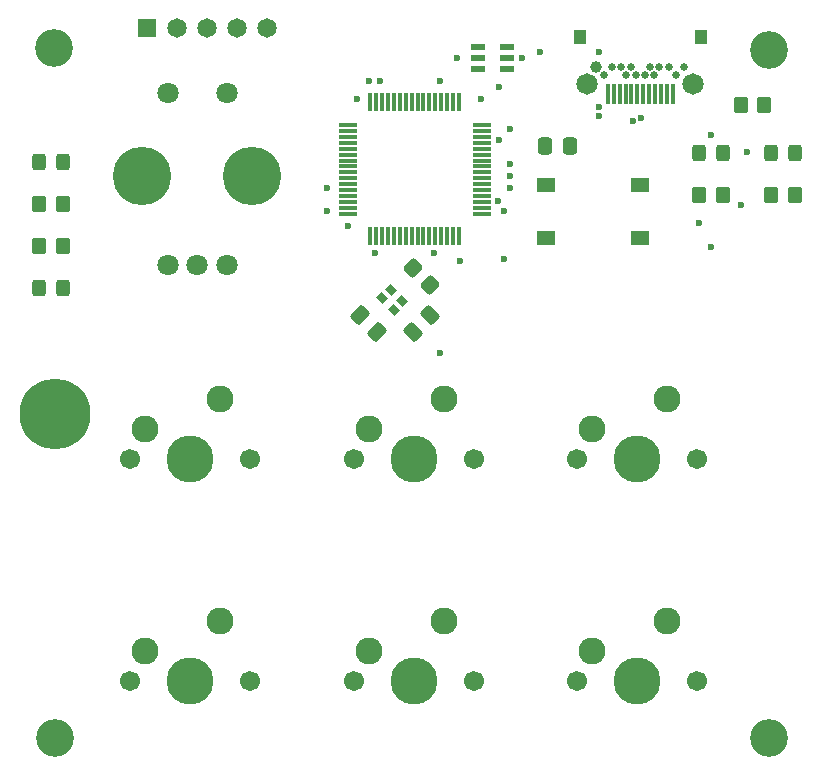
<source format=gts>
G04 #@! TF.GenerationSoftware,KiCad,Pcbnew,8.0.7*
G04 #@! TF.CreationDate,2025-04-22T23:12:23-04:00*
G04 #@! TF.ProjectId,custom-keypad,63757374-6f6d-42d6-9b65-797061642e6b,rev?*
G04 #@! TF.SameCoordinates,Original*
G04 #@! TF.FileFunction,Soldermask,Top*
G04 #@! TF.FilePolarity,Negative*
%FSLAX46Y46*%
G04 Gerber Fmt 4.6, Leading zero omitted, Abs format (unit mm)*
G04 Created by KiCad (PCBNEW 8.0.7) date 2025-04-22 23:12:23*
%MOMM*%
%LPD*%
G01*
G04 APERTURE LIST*
G04 Aperture macros list*
%AMRoundRect*
0 Rectangle with rounded corners*
0 $1 Rounding radius*
0 $2 $3 $4 $5 $6 $7 $8 $9 X,Y pos of 4 corners*
0 Add a 4 corners polygon primitive as box body*
4,1,4,$2,$3,$4,$5,$6,$7,$8,$9,$2,$3,0*
0 Add four circle primitives for the rounded corners*
1,1,$1+$1,$2,$3*
1,1,$1+$1,$4,$5*
1,1,$1+$1,$6,$7*
1,1,$1+$1,$8,$9*
0 Add four rect primitives between the rounded corners*
20,1,$1+$1,$2,$3,$4,$5,0*
20,1,$1+$1,$4,$5,$6,$7,0*
20,1,$1+$1,$6,$7,$8,$9,0*
20,1,$1+$1,$8,$9,$2,$3,0*%
%AMRotRect*
0 Rectangle, with rotation*
0 The origin of the aperture is its center*
0 $1 length*
0 $2 width*
0 $3 Rotation angle, in degrees counterclockwise*
0 Add horizontal line*
21,1,$1,$2,0,0,$3*%
G04 Aperture macros list end*
%ADD10RoundRect,0.250000X-0.325000X-0.450000X0.325000X-0.450000X0.325000X0.450000X-0.325000X0.450000X0*%
%ADD11RoundRect,0.250000X0.350000X0.450000X-0.350000X0.450000X-0.350000X-0.450000X0.350000X-0.450000X0*%
%ADD12C,1.701800*%
%ADD13C,3.987800*%
%ADD14C,2.286000*%
%ADD15C,3.200000*%
%ADD16R,1.200000X0.600000*%
%ADD17RoundRect,0.250000X0.325000X0.450000X-0.325000X0.450000X-0.325000X-0.450000X0.325000X-0.450000X0*%
%ADD18RoundRect,0.250000X-0.337500X-0.475000X0.337500X-0.475000X0.337500X0.475000X-0.337500X0.475000X0*%
%ADD19R,1.650000X1.650000*%
%ADD20C,1.650000*%
%ADD21R,1.550000X1.300000*%
%ADD22RotRect,0.700000X0.750000X45.000000*%
%ADD23RoundRect,0.250000X0.565685X0.070711X0.070711X0.565685X-0.565685X-0.070711X-0.070711X-0.565685X0*%
%ADD24RoundRect,0.250000X-0.097227X0.574524X-0.574524X0.097227X0.097227X-0.574524X0.574524X-0.097227X0*%
%ADD25C,1.800000*%
%ADD26C,4.950000*%
%ADD27RoundRect,0.250000X-0.350000X-0.450000X0.350000X-0.450000X0.350000X0.450000X-0.350000X0.450000X0*%
%ADD28RoundRect,0.075000X0.075000X-0.700000X0.075000X0.700000X-0.075000X0.700000X-0.075000X-0.700000X0*%
%ADD29RoundRect,0.075000X0.700000X-0.075000X0.700000X0.075000X-0.700000X0.075000X-0.700000X-0.075000X0*%
%ADD30C,0.650000*%
%ADD31C,1.000000*%
%ADD32R,0.300000X1.700000*%
%ADD33C,1.815000*%
%ADD34R,1.000000X1.200000*%
%ADD35RoundRect,0.250000X-0.574524X-0.097227X-0.097227X-0.574524X0.574524X0.097227X0.097227X0.574524X0*%
%ADD36C,0.600000*%
%ADD37C,6.000000*%
G04 APERTURE END LIST*
D10*
X115561002Y-38100000D03*
X117611000Y-38100000D03*
D11*
X55610000Y-42418000D03*
X53610000Y-42418000D03*
D12*
X61322000Y-82804000D03*
D13*
X66402000Y-82804000D03*
D12*
X71482000Y-82804000D03*
D14*
X68942000Y-77724000D03*
X62592000Y-80264000D03*
D15*
X115422999Y-87559152D03*
D16*
X93250000Y-30950000D03*
X93250000Y-30000000D03*
X93250000Y-29050000D03*
X90750000Y-29050000D03*
X90750000Y-30000000D03*
X90750000Y-30950000D03*
D12*
X80222000Y-82804000D03*
D13*
X85302000Y-82804000D03*
D12*
X90382000Y-82804000D03*
D14*
X87842000Y-77724000D03*
X81492000Y-80264000D03*
D17*
X55634999Y-38862000D03*
X53585001Y-38862000D03*
D18*
X96462500Y-37500000D03*
X98537500Y-37500000D03*
D19*
X62738000Y-27500000D03*
D20*
X65278000Y-27500000D03*
X67818000Y-27500000D03*
X70358000Y-27500000D03*
X72898000Y-27500000D03*
D11*
X55610000Y-45974000D03*
X53610000Y-45974000D03*
D21*
X96525000Y-40750000D03*
X96525000Y-45250000D03*
X104475000Y-40750000D03*
X104475000Y-45250000D03*
D15*
X115422995Y-29321650D03*
D22*
X82669150Y-50376256D03*
X83623744Y-51330850D03*
X84330850Y-50623744D03*
X83376256Y-49669150D03*
D23*
X86707107Y-49207107D03*
X85292893Y-47792893D03*
D15*
X54934849Y-87559155D03*
D24*
X86733623Y-51766377D03*
X85266377Y-53233623D03*
D25*
X64500000Y-47500000D03*
X69500000Y-47500000D03*
X67000000Y-47500000D03*
X64500000Y-33000000D03*
X69500000Y-33000000D03*
D26*
X62350000Y-40000000D03*
X71650000Y-40000000D03*
D12*
X61322000Y-64008000D03*
D13*
X66402000Y-64008000D03*
D12*
X71482000Y-64008000D03*
D14*
X68942000Y-58928000D03*
X62592000Y-61468000D03*
D27*
X115586000Y-41656000D03*
X117586000Y-41656000D03*
D12*
X99122000Y-82804000D03*
D13*
X104202000Y-82804000D03*
D12*
X109282000Y-82804000D03*
D14*
X106742000Y-77724000D03*
X100392000Y-80264000D03*
D11*
X111490000Y-41656000D03*
X109490000Y-41656000D03*
D15*
X54864000Y-29210000D03*
D28*
X81638000Y-45120000D03*
X82138000Y-45120000D03*
X82638000Y-45120000D03*
X83138000Y-45120000D03*
X83638000Y-45120000D03*
X84138000Y-45120000D03*
X84638000Y-45120000D03*
X85138000Y-45120000D03*
X85638000Y-45120000D03*
X86138000Y-45120000D03*
X86638000Y-45120000D03*
X87138000Y-45120000D03*
X87638000Y-45120000D03*
X88138000Y-45120000D03*
X88638000Y-45120000D03*
X89138000Y-45120000D03*
D29*
X91063000Y-43195000D03*
X91063000Y-42695000D03*
X91063000Y-42195000D03*
X91063000Y-41695000D03*
X91063000Y-41195000D03*
X91063000Y-40695000D03*
X91063000Y-40195000D03*
X91063000Y-39695000D03*
X91063000Y-39195000D03*
X91063000Y-38695000D03*
X91063000Y-38195000D03*
X91063000Y-37695000D03*
X91063000Y-37195000D03*
X91063000Y-36695000D03*
X91063000Y-36195000D03*
X91063000Y-35695000D03*
D28*
X89138000Y-33770000D03*
X88638000Y-33770000D03*
X88138000Y-33770000D03*
X87638000Y-33770000D03*
X87138000Y-33770000D03*
X86638000Y-33770000D03*
X86138000Y-33770000D03*
X85638000Y-33770000D03*
X85138000Y-33770000D03*
X84638000Y-33770000D03*
X84138000Y-33770000D03*
X83638000Y-33770000D03*
X83138000Y-33770000D03*
X82638000Y-33770000D03*
X82138000Y-33770000D03*
X81638000Y-33770000D03*
D29*
X79713000Y-35695000D03*
X79713000Y-36195000D03*
X79713000Y-36695000D03*
X79713000Y-37195000D03*
X79713000Y-37695000D03*
X79713000Y-38195000D03*
X79713000Y-38695000D03*
X79713000Y-39195000D03*
X79713000Y-39695000D03*
X79713000Y-40195000D03*
X79713000Y-40695000D03*
X79713000Y-41195000D03*
X79713000Y-41695000D03*
X79713000Y-42195000D03*
X79713000Y-42695000D03*
X79713000Y-43195000D03*
D30*
X108225000Y-30750000D03*
D31*
X100775000Y-30750000D03*
D32*
X107250000Y-33060000D03*
X106750000Y-33060000D03*
X106250000Y-33060000D03*
X105750000Y-33060000D03*
X105250000Y-33060000D03*
X104750000Y-33060000D03*
X104250000Y-33060000D03*
X103750000Y-33060000D03*
X103250000Y-33060000D03*
X102750000Y-33060000D03*
X102250000Y-33060000D03*
X101750000Y-33060000D03*
D30*
X101450000Y-31450000D03*
X102100000Y-30750000D03*
X102900000Y-30750000D03*
X103300000Y-31450000D03*
X103700000Y-30750000D03*
X104100000Y-31450000D03*
X104900000Y-31450000D03*
X105300000Y-30750000D03*
X105700000Y-31450000D03*
X106100000Y-30750000D03*
X106900000Y-30750000D03*
X107550000Y-31450000D03*
D33*
X109000000Y-32250000D03*
X100000000Y-32250000D03*
D34*
X109600000Y-28250000D03*
X99400000Y-28250000D03*
D27*
X113000000Y-34000000D03*
X115000000Y-34000000D03*
D17*
X55634999Y-49530000D03*
X53585001Y-49530000D03*
D12*
X80222000Y-64008000D03*
D13*
X85302000Y-64008000D03*
D12*
X90382000Y-64008000D03*
D14*
X87842000Y-58928000D03*
X81492000Y-61468000D03*
D35*
X80766377Y-51766377D03*
X82233623Y-53233623D03*
D17*
X111514999Y-38100000D03*
X109465001Y-38100000D03*
D12*
X99122000Y-64008000D03*
D13*
X104202000Y-64008000D03*
D12*
X109282000Y-64008000D03*
D14*
X106742000Y-58928000D03*
X100392000Y-61468000D03*
D36*
X81500000Y-32000000D03*
X113500000Y-38000000D03*
D37*
X54944022Y-60196685D03*
D36*
X96000000Y-29500000D03*
X109500000Y-44000000D03*
X101000000Y-29500000D03*
X93000000Y-43000000D03*
X87000000Y-46500000D03*
X93000000Y-47000000D03*
X87500000Y-55000000D03*
X94500000Y-30000000D03*
X93500000Y-36000000D03*
X87500000Y-32000000D03*
X78000000Y-43000000D03*
X79750000Y-44250000D03*
X80500000Y-33500000D03*
X89233623Y-47233623D03*
X92482802Y-42095000D03*
X82000000Y-46500000D03*
X113000000Y-42500000D03*
X91000000Y-33500000D03*
X92500000Y-37000000D03*
X82500000Y-32000000D03*
X89000000Y-30000000D03*
X110500000Y-36500000D03*
X110500000Y-46000000D03*
X92500000Y-32500000D03*
X78000000Y-41000000D03*
X104600000Y-35065687D03*
X101000000Y-34125000D03*
X103862637Y-35376010D03*
X101000000Y-34925003D03*
X93500000Y-41000000D03*
X93500000Y-40000000D03*
X93500000Y-39000000D03*
M02*

</source>
